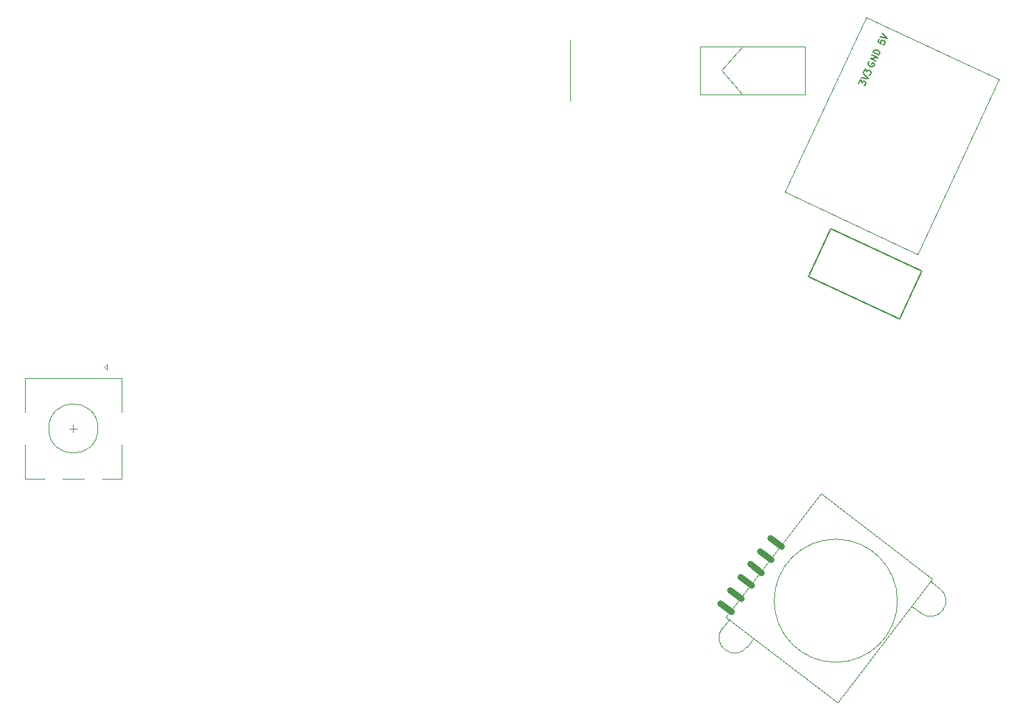
<source format=gbr>
%TF.GenerationSoftware,KiCad,Pcbnew,7.0.5*%
%TF.CreationDate,2024-03-19T12:27:36+08:00*%
%TF.ProjectId,Prime52left,5072696d-6535-4326-9c65-66742e6b6963,rev?*%
%TF.SameCoordinates,Original*%
%TF.FileFunction,Legend,Top*%
%TF.FilePolarity,Positive*%
%FSLAX46Y46*%
G04 Gerber Fmt 4.6, Leading zero omitted, Abs format (unit mm)*
G04 Created by KiCad (PCBNEW 7.0.5) date 2024-03-19 12:27:36*
%MOMM*%
%LPD*%
G01*
G04 APERTURE LIST*
%ADD10C,0.150000*%
%ADD11C,0.120000*%
%ADD12C,0.800000*%
G04 APERTURE END LIST*
D10*
%TO.C,U1*%
X187323507Y-94451455D02*
X187532804Y-94002617D01*
X187532804Y-94002617D02*
X187696313Y-94373097D01*
X187696313Y-94373097D02*
X187744613Y-94269519D01*
X187744613Y-94269519D02*
X187811338Y-94216566D01*
X187811338Y-94216566D02*
X187861964Y-94198140D01*
X187861964Y-94198140D02*
X187947116Y-94195814D01*
X187947116Y-94195814D02*
X188119746Y-94276312D01*
X188119746Y-94276312D02*
X188172698Y-94343038D01*
X188172698Y-94343038D02*
X188191124Y-94393664D01*
X188191124Y-94393664D02*
X188193451Y-94478815D01*
X188193451Y-94478815D02*
X188096852Y-94685971D01*
X188096852Y-94685971D02*
X188030127Y-94738924D01*
X188030127Y-94738924D02*
X187979501Y-94757350D01*
X187629402Y-93795460D02*
X188467147Y-93891873D01*
X188467147Y-93891873D02*
X187854799Y-93312096D01*
X187935297Y-93139466D02*
X188144594Y-92690628D01*
X188144594Y-92690628D02*
X188308104Y-93061108D01*
X188308104Y-93061108D02*
X188356403Y-92957530D01*
X188356403Y-92957530D02*
X188423128Y-92904578D01*
X188423128Y-92904578D02*
X188473754Y-92886152D01*
X188473754Y-92886152D02*
X188558906Y-92883825D01*
X188558906Y-92883825D02*
X188731536Y-92964324D01*
X188731536Y-92964324D02*
X188784488Y-93031049D01*
X188784488Y-93031049D02*
X188802915Y-93081675D01*
X188802915Y-93081675D02*
X188805241Y-93166827D01*
X188805241Y-93166827D02*
X188708643Y-93373983D01*
X188708643Y-93373983D02*
X188641917Y-93426935D01*
X188641917Y-93426935D02*
X188591291Y-93445362D01*
X189824603Y-89087839D02*
X189663605Y-89433099D01*
X189663605Y-89433099D02*
X189992765Y-89628623D01*
X189992765Y-89628623D02*
X189974339Y-89577997D01*
X189974339Y-89577997D02*
X189972013Y-89492845D01*
X189972013Y-89492845D02*
X190052511Y-89320215D01*
X190052511Y-89320215D02*
X190119237Y-89267263D01*
X190119237Y-89267263D02*
X190169863Y-89248836D01*
X190169863Y-89248836D02*
X190255014Y-89246510D01*
X190255014Y-89246510D02*
X190427644Y-89327009D01*
X190427644Y-89327009D02*
X190480597Y-89393734D01*
X190480597Y-89393734D02*
X190499023Y-89444360D01*
X190499023Y-89444360D02*
X190501350Y-89529512D01*
X190501350Y-89529512D02*
X190420851Y-89702142D01*
X190420851Y-89702142D02*
X190354125Y-89755094D01*
X190354125Y-89755094D02*
X190303500Y-89773520D01*
X189937301Y-88846157D02*
X190775045Y-88942569D01*
X190775045Y-88942569D02*
X190162697Y-88362793D01*
X188592481Y-91820272D02*
X188525755Y-91873224D01*
X188525755Y-91873224D02*
X188477456Y-91976802D01*
X188477456Y-91976802D02*
X188463683Y-92096480D01*
X188463683Y-92096480D02*
X188500535Y-92197731D01*
X188500535Y-92197731D02*
X188553488Y-92264457D01*
X188553488Y-92264457D02*
X188675492Y-92363382D01*
X188675492Y-92363382D02*
X188779070Y-92411681D01*
X188779070Y-92411681D02*
X188933274Y-92441554D01*
X188933274Y-92441554D02*
X189018425Y-92439228D01*
X189018425Y-92439228D02*
X189119677Y-92402375D01*
X189119677Y-92402375D02*
X189202502Y-92314897D01*
X189202502Y-92314897D02*
X189234702Y-92245845D01*
X189234702Y-92245845D02*
X189248475Y-92126167D01*
X189248475Y-92126167D02*
X189230049Y-92075541D01*
X189230049Y-92075541D02*
X188988367Y-91962843D01*
X188988367Y-91962843D02*
X188923968Y-92100947D01*
X189443998Y-91797007D02*
X188718952Y-91458912D01*
X188718952Y-91458912D02*
X189637195Y-91382694D01*
X189637195Y-91382694D02*
X188912149Y-91044600D01*
X189798193Y-91037435D02*
X189073146Y-90699340D01*
X189073146Y-90699340D02*
X189153645Y-90526710D01*
X189153645Y-90526710D02*
X189236470Y-90439232D01*
X189236470Y-90439232D02*
X189337722Y-90402379D01*
X189337722Y-90402379D02*
X189422874Y-90400053D01*
X189422874Y-90400053D02*
X189577077Y-90429926D01*
X189577077Y-90429926D02*
X189680655Y-90478225D01*
X189680655Y-90478225D02*
X189802660Y-90577150D01*
X189802660Y-90577150D02*
X189855612Y-90643875D01*
X189855612Y-90643875D02*
X189892464Y-90745127D01*
X189892464Y-90745127D02*
X189878691Y-90864805D01*
X189878691Y-90864805D02*
X189798193Y-91037435D01*
D11*
X188229673Y-86421607D02*
X204443520Y-93982248D01*
X178298144Y-107719840D02*
X188229673Y-86421607D01*
X204443520Y-93982248D02*
X194511991Y-115280481D01*
X194511991Y-115280481D02*
X178298144Y-107719840D01*
%TO.C,K23*%
X168020000Y-95795000D02*
X180820000Y-95795000D01*
X168020000Y-95795000D02*
X168020000Y-89995000D01*
X173150000Y-95795000D02*
X170650000Y-92895000D01*
X170650000Y-92895000D02*
X173150000Y-89995000D01*
X168020000Y-89995000D02*
X180820000Y-89995000D01*
X180820000Y-89995000D02*
X180820000Y-95795000D01*
%TO.C,RE1*%
X152170000Y-96635000D02*
X152170000Y-89235000D01*
%TO.C,K7*%
X95770000Y-128720000D02*
X95770000Y-129320000D01*
X95470000Y-129020000D02*
X95770000Y-128720000D01*
X95770000Y-129320000D02*
X95470000Y-129020000D01*
X97570000Y-130420000D02*
X85770000Y-130420000D01*
X97570000Y-134520000D02*
X97570000Y-130420000D01*
X85770000Y-134520000D02*
X85770000Y-130420000D01*
X91670000Y-136020000D02*
X91670000Y-137020000D01*
X92170000Y-136520000D02*
X91170000Y-136520000D01*
X97570000Y-138520000D02*
X97570000Y-142620000D01*
X97570000Y-142620000D02*
X95170000Y-142620000D01*
X92970000Y-142620000D02*
X90370000Y-142620000D01*
X88170000Y-142620000D02*
X85770000Y-142620000D01*
X85770000Y-142620000D02*
X85770000Y-138520000D01*
X94670000Y-136520000D02*
G75*
G03*
X94670000Y-136520000I-3000000J0D01*
G01*
%TO.C,K26*%
X194894347Y-159024583D02*
X193743985Y-158141879D01*
X197207641Y-156009840D02*
X196057278Y-155127136D01*
X184734316Y-169883508D02*
X171167974Y-159473688D01*
X196300783Y-154809795D02*
X184734316Y-169883508D01*
X173717898Y-163131951D02*
X174539725Y-162060924D01*
X170703155Y-160818658D02*
X171524983Y-159747631D01*
D12*
X171795194Y-158820546D02*
X170446494Y-157785652D01*
X173012717Y-157233839D02*
X171664017Y-156198945D01*
X174230240Y-155647133D02*
X172881539Y-154612238D01*
X175447763Y-154060426D02*
X174099062Y-153025532D01*
X176665286Y-152473719D02*
X175316585Y-151438825D01*
X177882809Y-150887013D02*
X176534108Y-149852118D01*
D11*
X171167974Y-159473688D02*
X182734441Y-144399975D01*
X182734441Y-144399975D02*
X196300783Y-154809795D01*
X194894347Y-159024583D02*
G75*
G03*
X197207641Y-156009841I1156647J1507371D01*
G01*
X170703154Y-160818658D02*
G75*
G03*
X173717897Y-163131951I1507372J-1156646D01*
G01*
X192030481Y-157500518D02*
G75*
G03*
X192030481Y-157500518I-7500000J0D01*
G01*
D10*
%TO.C,T1*%
X195037854Y-117346654D02*
X183914739Y-112159861D01*
X195037854Y-117346654D02*
X192309262Y-123198140D01*
X192309262Y-123198140D02*
X181186146Y-118011346D01*
X181186146Y-118011346D02*
X183914739Y-112159861D01*
%TD*%
M02*

</source>
